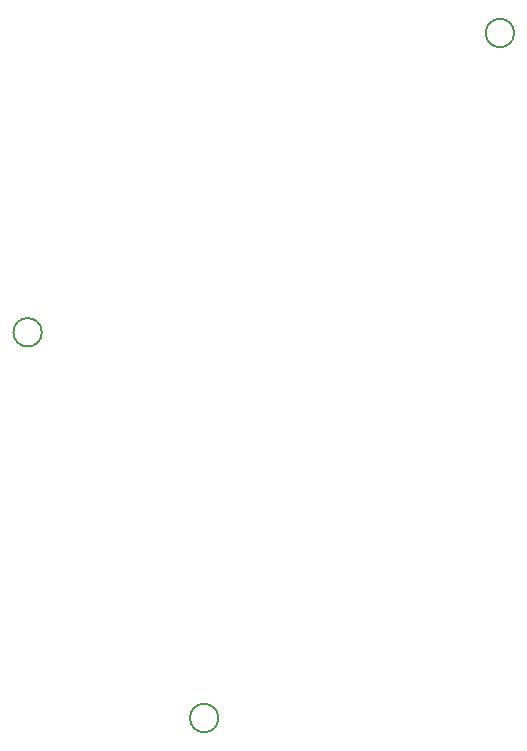
<source format=gbr>
%TF.GenerationSoftware,KiCad,Pcbnew,7.0.8*%
%TF.CreationDate,2024-01-10T09:50:14+01:00*%
%TF.ProjectId,Zoka-MainBoard,5a6f6b61-2d4d-4616-996e-426f6172642e,rev?*%
%TF.SameCoordinates,Original*%
%TF.FileFunction,Other,Comment*%
%FSLAX46Y46*%
G04 Gerber Fmt 4.6, Leading zero omitted, Abs format (unit mm)*
G04 Created by KiCad (PCBNEW 7.0.8) date 2024-01-10 09:50:14*
%MOMM*%
%LPD*%
G01*
G04 APERTURE LIST*
%ADD10C,0.150000*%
G04 APERTURE END LIST*
D10*
%TO.C,H101*%
X159033956Y-75041091D02*
G75*
G03*
X159033956Y-75041091I-1200000J0D01*
G01*
%TO.C,H104*%
X173976140Y-107701628D02*
G75*
G03*
X173976140Y-107701628I-1200000J0D01*
G01*
%TO.C,H103*%
X199026506Y-49701445D02*
G75*
G03*
X199026506Y-49701445I-1200000J0D01*
G01*
%TD*%
M02*

</source>
